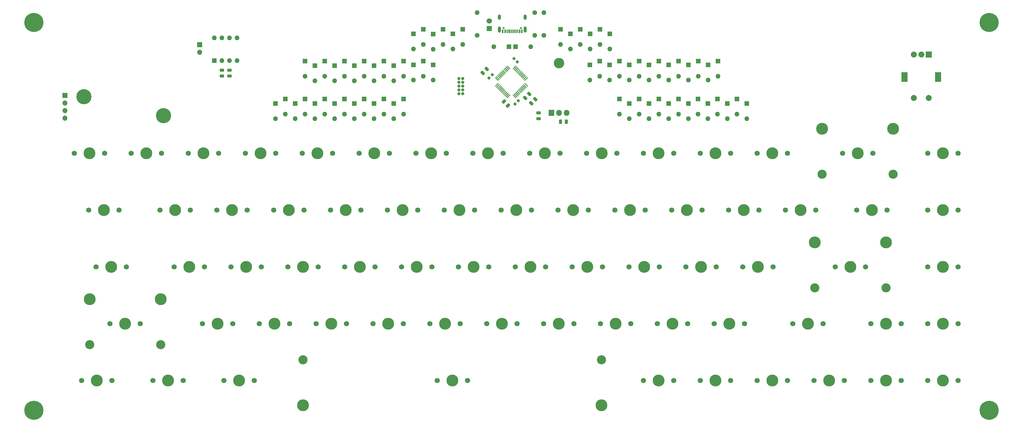
<source format=gts>
G04 #@! TF.GenerationSoftware,KiCad,Pcbnew,7.0.5*
G04 #@! TF.CreationDate,2024-08-24T17:49:56+10:00*
G04 #@! TF.ProjectId,keyboard,6b657962-6f61-4726-942e-6b696361645f,rev?*
G04 #@! TF.SameCoordinates,Original*
G04 #@! TF.FileFunction,Soldermask,Top*
G04 #@! TF.FilePolarity,Negative*
%FSLAX46Y46*%
G04 Gerber Fmt 4.6, Leading zero omitted, Abs format (unit mm)*
G04 Created by KiCad (PCBNEW 7.0.5) date 2024-08-24 17:49:56*
%MOMM*%
%LPD*%
G01*
G04 APERTURE LIST*
G04 Aperture macros list*
%AMRoundRect*
0 Rectangle with rounded corners*
0 $1 Rounding radius*
0 $2 $3 $4 $5 $6 $7 $8 $9 X,Y pos of 4 corners*
0 Add a 4 corners polygon primitive as box body*
4,1,4,$2,$3,$4,$5,$6,$7,$8,$9,$2,$3,0*
0 Add four circle primitives for the rounded corners*
1,1,$1+$1,$2,$3*
1,1,$1+$1,$4,$5*
1,1,$1+$1,$6,$7*
1,1,$1+$1,$8,$9*
0 Add four rect primitives between the rounded corners*
20,1,$1+$1,$2,$3,$4,$5,0*
20,1,$1+$1,$4,$5,$6,$7,0*
20,1,$1+$1,$6,$7,$8,$9,0*
20,1,$1+$1,$8,$9,$2,$3,0*%
G04 Aperture macros list end*
%ADD10C,0.650000*%
%ADD11R,0.600000X1.240000*%
%ADD12R,0.300000X1.240000*%
%ADD13O,1.000000X1.800000*%
%ADD14O,1.000000X2.100000*%
%ADD15R,1.600000X1.600000*%
%ADD16O,1.600000X1.600000*%
%ADD17C,1.750000*%
%ADD18C,3.987800*%
%ADD19O,3.500000X3.500000*%
%ADD20R,1.905000X2.000000*%
%ADD21O,1.905000X2.000000*%
%ADD22RoundRect,0.250000X-0.159099X0.512652X-0.512652X0.159099X0.159099X-0.512652X0.512652X-0.159099X0*%
%ADD23C,6.400000*%
%ADD24RoundRect,0.250000X-0.512652X-0.159099X-0.159099X-0.512652X0.512652X0.159099X0.159099X0.512652X0*%
%ADD25RoundRect,0.225000X0.335876X0.017678X0.017678X0.335876X-0.335876X-0.017678X-0.017678X-0.335876X0*%
%ADD26C,1.070000*%
%ADD27RoundRect,0.225000X-0.017678X0.335876X-0.335876X0.017678X0.017678X-0.335876X0.335876X-0.017678X0*%
%ADD28C,3.048000*%
%ADD29R,1.800000X1.800000*%
%ADD30C,1.800000*%
%ADD31RoundRect,0.250000X-0.475000X0.250000X-0.475000X-0.250000X0.475000X-0.250000X0.475000X0.250000X0*%
%ADD32C,1.600000*%
%ADD33R,1.700000X1.700000*%
%ADD34O,1.700000X1.700000*%
%ADD35C,5.080000*%
%ADD36R,2.000000X2.000000*%
%ADD37C,2.000000*%
%ADD38R,2.000000X3.200000*%
%ADD39RoundRect,0.250000X0.250000X0.475000X-0.250000X0.475000X-0.250000X-0.475000X0.250000X-0.475000X0*%
%ADD40RoundRect,0.075000X0.521491X-0.415425X-0.415425X0.521491X-0.521491X0.415425X0.415425X-0.521491X0*%
%ADD41RoundRect,0.075000X0.521491X0.415425X0.415425X0.521491X-0.521491X-0.415425X-0.415425X-0.521491X0*%
G04 APERTURE END LIST*
D10*
X218172466Y-63859534D03*
X212392466Y-63859534D03*
D11*
X218482466Y-64979534D03*
X217682466Y-64979534D03*
D12*
X216532466Y-64979534D03*
X215532466Y-64979534D03*
X215032466Y-64979534D03*
X214032466Y-64979534D03*
D11*
X212882466Y-64979534D03*
X212082466Y-64979534D03*
X212082466Y-64979534D03*
X212882466Y-64979534D03*
D12*
X213532466Y-64979534D03*
X214532466Y-64979534D03*
X216032466Y-64979534D03*
X217032466Y-64979534D03*
D11*
X217682466Y-64979534D03*
X218482466Y-64979534D03*
D13*
X219602466Y-60179534D03*
D14*
X219602466Y-64379534D03*
X210962466Y-64379534D03*
D13*
X210962466Y-60179534D03*
D15*
X280754668Y-89122500D03*
D16*
X280754668Y-94202500D03*
D15*
X149098000Y-89154000D03*
D16*
X149098000Y-94234000D03*
D15*
X182118000Y-65817500D03*
D16*
X182118000Y-70897500D03*
D15*
X162306000Y-76454000D03*
D16*
X162306000Y-81534000D03*
D15*
X264329336Y-74898500D03*
D16*
X264329336Y-79978500D03*
D17*
X325883750Y-105850000D03*
D18*
X330963750Y-105850000D03*
D17*
X336043750Y-105850000D03*
X354427000Y-143950000D03*
D18*
X359507000Y-143950000D03*
D17*
X364587000Y-143950000D03*
D15*
X175514000Y-76454000D03*
D16*
X175514000Y-81534000D03*
D17*
X316327000Y-182077050D03*
D18*
X321407000Y-182077050D03*
D17*
X326487000Y-182077050D03*
D19*
X230886000Y-75628000D03*
D20*
X228346000Y-92288000D03*
D21*
X230886000Y-92288000D03*
X233426000Y-92288000D03*
D22*
X222921751Y-87720249D03*
X221578249Y-89063751D03*
D15*
X244517336Y-74898500D03*
D16*
X244517336Y-79978500D03*
D15*
X168910000Y-89122500D03*
D16*
X168910000Y-94202500D03*
D15*
X234696000Y-65817500D03*
D16*
X234696000Y-70897500D03*
D17*
X116302000Y-124900000D03*
D18*
X121382000Y-124900000D03*
D17*
X126462000Y-124900000D03*
D22*
X220889751Y-85942249D03*
X219546249Y-87285751D03*
D15*
X284014334Y-87598500D03*
D16*
X284014334Y-92678500D03*
D15*
X293793336Y-89122500D03*
D16*
X293793336Y-94202500D03*
D17*
X121001000Y-143950000D03*
D18*
X126081000Y-143950000D03*
D17*
X131161000Y-143950000D03*
X125833000Y-105850000D03*
D18*
X130913000Y-105850000D03*
D17*
X135993000Y-105850000D03*
X354427000Y-163000000D03*
D18*
X359507000Y-163000000D03*
D17*
X364587000Y-163000000D03*
X235301000Y-143950000D03*
D18*
X240381000Y-143950000D03*
D17*
X245461000Y-143950000D03*
D15*
X267631336Y-76200000D03*
D16*
X267631336Y-81280000D03*
D17*
X221083000Y-105850000D03*
D18*
X226163000Y-105850000D03*
D17*
X231243000Y-105850000D03*
X118617000Y-182077050D03*
D18*
X123697000Y-182077050D03*
D17*
X128777000Y-182077050D03*
X178151000Y-143950000D03*
D18*
X183231000Y-143950000D03*
D17*
X188311000Y-143950000D03*
X263876000Y-163000000D03*
D18*
X268956000Y-163000000D03*
D17*
X274036000Y-163000000D03*
X287752000Y-124900000D03*
D18*
X292832000Y-124900000D03*
D17*
X297912000Y-124900000D03*
D15*
X261027336Y-89122500D03*
D16*
X261027336Y-94202500D03*
D17*
X111476000Y-163000000D03*
D18*
X116556000Y-163000000D03*
D17*
X121636000Y-163000000D03*
X163933000Y-105850000D03*
D18*
X169013000Y-105850000D03*
D17*
X174093000Y-105850000D03*
D15*
X277537336Y-74898500D03*
D16*
X277537336Y-79978500D03*
D15*
X188722000Y-65849000D03*
D16*
X188722000Y-70929000D03*
D17*
X101951000Y-143950000D03*
D18*
X107031000Y-143950000D03*
D17*
X112111000Y-143950000D03*
X187676000Y-163000000D03*
D18*
X192756000Y-163000000D03*
D17*
X197836000Y-163000000D03*
D15*
X274235336Y-76200000D03*
D16*
X274235336Y-81280000D03*
D15*
X270933336Y-87598500D03*
D16*
X270933336Y-92678500D03*
D15*
X115450000Y-74800000D03*
D16*
X117990000Y-74800000D03*
X120530000Y-74800000D03*
X123070000Y-74800000D03*
X123070000Y-67180000D03*
X120530000Y-67180000D03*
X117990000Y-67180000D03*
X115450000Y-67180000D03*
D23*
X375000000Y-62000000D03*
D17*
X211552000Y-124900000D03*
D18*
X216632000Y-124900000D03*
D17*
X221712000Y-124900000D03*
D15*
X159004000Y-87598500D03*
D16*
X159004000Y-92678500D03*
D15*
X162306000Y-89154000D03*
D16*
X162306000Y-94234000D03*
D17*
X278227000Y-182077050D03*
D18*
X283307000Y-182077050D03*
D17*
X288387000Y-182077050D03*
D24*
X212500000Y-88500000D03*
X213843502Y-89843502D03*
D17*
X278233000Y-105850000D03*
D18*
X283313000Y-105850000D03*
D17*
X288393000Y-105850000D03*
D15*
X237998000Y-64262000D03*
D16*
X237998000Y-69342000D03*
D17*
X75789000Y-143950000D03*
D18*
X80869000Y-143950000D03*
D17*
X85949000Y-143950000D03*
X140051000Y-143950000D03*
D18*
X145131000Y-143950000D03*
D17*
X150211000Y-143950000D03*
X254351000Y-143950000D03*
D18*
X259431000Y-143950000D03*
D17*
X264511000Y-143950000D03*
X149576000Y-163000000D03*
D18*
X154656000Y-163000000D03*
D17*
X159736000Y-163000000D03*
D25*
X216956008Y-75224008D03*
X215859992Y-74127992D03*
D15*
X244602000Y-64262000D03*
D16*
X244602000Y-69342000D03*
D15*
X257725336Y-87598500D03*
D16*
X257725336Y-92678500D03*
D15*
X274235336Y-89122500D03*
D16*
X274235336Y-94202500D03*
D17*
X335383000Y-163000000D03*
D18*
X340463000Y-163000000D03*
D17*
X345543000Y-163000000D03*
X335377000Y-182077050D03*
D18*
X340457000Y-182077050D03*
D17*
X345537000Y-182077050D03*
D15*
X261027336Y-76200000D03*
D16*
X261027336Y-81280000D03*
D15*
X142494000Y-89154000D03*
D16*
X142494000Y-94234000D03*
D17*
X282920000Y-163000000D03*
D18*
X288000000Y-163000000D03*
D17*
X293080000Y-163000000D03*
D15*
X139192000Y-87598500D03*
D16*
X139192000Y-92678500D03*
D26*
X198628000Y-85852000D03*
X197358000Y-85852000D03*
X198628000Y-84582000D03*
X197358000Y-84582000D03*
X198628000Y-83312000D03*
X197358000Y-83312000D03*
X198628000Y-82042000D03*
X197358000Y-82042000D03*
X198628000Y-80772000D03*
X197358000Y-80772000D03*
D15*
X284141336Y-74898500D03*
D16*
X284141336Y-79978500D03*
D17*
X354427000Y-182077050D03*
D18*
X359507000Y-182077050D03*
D17*
X364587000Y-182077050D03*
X249652000Y-124900000D03*
D18*
X254732000Y-124900000D03*
D17*
X259812000Y-124900000D03*
D15*
X287274000Y-89122500D03*
D16*
X287274000Y-94202500D03*
D17*
X268702000Y-124900000D03*
D18*
X273782000Y-124900000D03*
D17*
X278862000Y-124900000D03*
X297283000Y-105850000D03*
D18*
X302363000Y-105850000D03*
D17*
X307443000Y-105850000D03*
D15*
X277495002Y-87598500D03*
D16*
X277495002Y-92678500D03*
D15*
X254423336Y-76200000D03*
D16*
X254423336Y-81280000D03*
D15*
X145796000Y-74898500D03*
D16*
X145796000Y-79978500D03*
D27*
X217250000Y-88250000D03*
X216153984Y-89346016D03*
D28*
X145170750Y-175092050D03*
D18*
X145170750Y-190332050D03*
D28*
X245183250Y-175092050D03*
D18*
X245183250Y-190332050D03*
D15*
X135890000Y-89154000D03*
D16*
X135890000Y-94234000D03*
D17*
X106736000Y-105850000D03*
D18*
X111816000Y-105850000D03*
D17*
X116896000Y-105850000D03*
D15*
X172212000Y-74930000D03*
D16*
X172212000Y-80010000D03*
D15*
X185420000Y-74898500D03*
D16*
X185420000Y-79978500D03*
D15*
X270933336Y-74898500D03*
D16*
X270933336Y-79978500D03*
D29*
X207518000Y-64008000D03*
D30*
X207518000Y-61468000D03*
D15*
X192024000Y-64262000D03*
D16*
X192024000Y-69342000D03*
D23*
X55000000Y-192000000D03*
D17*
X244826000Y-163000000D03*
D18*
X249906000Y-163000000D03*
D17*
X254986000Y-163000000D03*
X173405000Y-124900000D03*
D18*
X178485000Y-124900000D03*
D17*
X183565000Y-124900000D03*
D31*
X118000000Y-78000000D03*
X118000000Y-79900000D03*
D17*
X273401000Y-143950000D03*
D18*
X278481000Y-143950000D03*
D17*
X283561000Y-143950000D03*
D32*
X203454000Y-66294000D03*
D16*
X203454000Y-58674000D03*
D15*
X155702000Y-76454000D03*
D16*
X155702000Y-81534000D03*
D17*
X206726000Y-163000000D03*
D18*
X211806000Y-163000000D03*
D17*
X216886000Y-163000000D03*
D31*
X224028000Y-92334000D03*
X224028000Y-94234000D03*
D17*
X354427000Y-124900000D03*
D18*
X359507000Y-124900000D03*
D17*
X364587000Y-124900000D03*
D33*
X65373000Y-86455000D03*
D34*
X65373000Y-88995000D03*
X65373000Y-91535000D03*
X65373000Y-94075000D03*
D35*
X71723000Y-86836000D03*
X98393000Y-93186000D03*
D17*
X306808000Y-124900000D03*
D18*
X311888000Y-124900000D03*
D17*
X316968000Y-124900000D03*
X190097000Y-182077050D03*
D18*
X195177000Y-182077050D03*
D17*
X200257000Y-182077050D03*
X259177000Y-182077050D03*
D18*
X264257000Y-182077050D03*
D17*
X269337000Y-182077050D03*
X192502000Y-124900000D03*
D18*
X197582000Y-124900000D03*
D17*
X202662000Y-124900000D03*
X240133000Y-105850000D03*
D18*
X245213000Y-105850000D03*
D17*
X250293000Y-105850000D03*
D36*
X354798000Y-72760000D03*
D37*
X349798000Y-72760000D03*
X352298000Y-72760000D03*
D38*
X357898000Y-80260000D03*
X346698000Y-80260000D03*
D37*
X349798000Y-87260000D03*
X354798000Y-87260000D03*
D39*
X233360000Y-95250000D03*
X231460000Y-95250000D03*
D31*
X120500000Y-78000000D03*
X120500000Y-79900000D03*
D15*
X257725336Y-74898500D03*
D16*
X257725336Y-79978500D03*
D17*
X323470750Y-143950000D03*
D18*
X328550750Y-143950000D03*
D17*
X333630750Y-143950000D03*
D15*
X247819336Y-76200000D03*
D16*
X247819336Y-81280000D03*
D23*
X55000000Y-62000000D03*
D28*
X340457000Y-150935000D03*
D18*
X340457000Y-135695000D03*
D28*
X316644500Y-150935000D03*
D18*
X316644500Y-135695000D03*
D17*
X94845000Y-182077050D03*
D18*
X99925000Y-182077050D03*
D17*
X105005000Y-182077050D03*
D28*
X97506000Y-169985000D03*
D18*
X97506000Y-154745000D03*
D28*
X73693500Y-169985000D03*
D18*
X73693500Y-154745000D03*
D17*
X309221000Y-163000000D03*
D18*
X314301000Y-163000000D03*
D17*
X319381000Y-163000000D03*
D15*
X251121336Y-74898500D03*
D16*
X251121336Y-79978500D03*
D15*
X231394000Y-64262000D03*
D16*
X231394000Y-69342000D03*
D17*
X135352000Y-124900000D03*
D18*
X140432000Y-124900000D03*
D17*
X145512000Y-124900000D03*
X97252000Y-124900000D03*
D18*
X102332000Y-124900000D03*
D17*
X107412000Y-124900000D03*
D15*
X241300000Y-65817500D03*
D16*
X241300000Y-70897500D03*
D32*
X225806000Y-66294000D03*
D16*
X225806000Y-58674000D03*
D17*
X216251000Y-143950000D03*
D18*
X221331000Y-143950000D03*
D17*
X226411000Y-143950000D03*
X292451000Y-143950000D03*
D18*
X297531000Y-143950000D03*
D17*
X302611000Y-143950000D03*
X202033000Y-105850000D03*
D18*
X207113000Y-105850000D03*
D17*
X212193000Y-105850000D03*
X80488000Y-163000000D03*
D18*
X85568000Y-163000000D03*
D17*
X90648000Y-163000000D03*
X159101000Y-143950000D03*
D18*
X164181000Y-143950000D03*
D17*
X169261000Y-143950000D03*
D15*
X290533666Y-87598500D03*
D16*
X290533666Y-92678500D03*
D17*
X182983000Y-105850000D03*
D18*
X188063000Y-105850000D03*
D17*
X193143000Y-105850000D03*
X87606000Y-105850000D03*
D18*
X92686000Y-105850000D03*
D17*
X97766000Y-105850000D03*
X197201000Y-143950000D03*
D18*
X202281000Y-143950000D03*
D17*
X207361000Y-143950000D03*
D15*
X214153500Y-70104000D03*
D16*
X209073500Y-70104000D03*
D23*
X375000000Y-192000000D03*
D15*
X178816000Y-74930000D03*
D16*
X178816000Y-80010000D03*
D28*
X342870000Y-112835000D03*
D18*
X342870000Y-97595000D03*
D28*
X319057500Y-112835000D03*
D18*
X319057500Y-97595000D03*
D17*
X73376000Y-124900000D03*
D18*
X78456000Y-124900000D03*
D17*
X83536000Y-124900000D03*
D15*
X216376500Y-70104000D03*
D16*
X221456500Y-70104000D03*
D17*
X130520000Y-163000000D03*
D18*
X135600000Y-163000000D03*
D17*
X140680000Y-163000000D03*
D15*
X185420000Y-64262000D03*
D16*
X185420000Y-69342000D03*
D17*
X68556000Y-105850000D03*
D18*
X73636000Y-105850000D03*
D17*
X78716000Y-105850000D03*
X70969000Y-182077050D03*
D18*
X76049000Y-182077050D03*
D17*
X81129000Y-182077050D03*
D15*
X159004000Y-74930000D03*
D16*
X159004000Y-80010000D03*
D15*
X195326000Y-65817500D03*
D16*
X195326000Y-70897500D03*
D15*
X168910000Y-76454000D03*
D16*
X168910000Y-81534000D03*
D33*
X110500000Y-69460000D03*
D34*
X110500000Y-72000000D03*
D15*
X165608000Y-87598500D03*
D16*
X165608000Y-92678500D03*
D15*
X247904000Y-65817500D03*
D16*
X247904000Y-70897500D03*
D32*
X222758000Y-58674000D03*
D16*
X222758000Y-66294000D03*
D17*
X297277000Y-182077050D03*
D18*
X302357000Y-182077050D03*
D17*
X307437000Y-182077050D03*
D15*
X254423336Y-89122500D03*
D16*
X254423336Y-94202500D03*
D15*
X155702000Y-89154000D03*
D16*
X155702000Y-94234000D03*
D22*
X206665751Y-77560249D03*
X205322249Y-78903751D03*
D17*
X144883000Y-105850000D03*
D18*
X149963000Y-105850000D03*
D17*
X155043000Y-105850000D03*
D15*
X264329336Y-87598500D03*
D16*
X264329336Y-92678500D03*
D17*
X154402000Y-124900000D03*
D18*
X159482000Y-124900000D03*
D17*
X164562000Y-124900000D03*
X330672000Y-124900000D03*
D18*
X335752000Y-124900000D03*
D17*
X340832000Y-124900000D03*
D15*
X267631336Y-89122500D03*
D16*
X267631336Y-94202500D03*
D40*
X215998788Y-86813107D03*
X216352342Y-86459553D03*
X216705895Y-86106000D03*
X217059449Y-85752446D03*
X217413002Y-85398893D03*
X217766555Y-85045340D03*
X218120109Y-84691786D03*
X218473662Y-84338233D03*
X218827215Y-83984680D03*
X219180769Y-83631126D03*
X219534322Y-83277573D03*
X219887876Y-82924019D03*
D41*
X219887876Y-80926443D03*
X219534322Y-80572889D03*
X219180769Y-80219336D03*
X218827215Y-79865782D03*
X218473662Y-79512229D03*
X218120109Y-79158676D03*
X217766555Y-78805122D03*
X217413002Y-78451569D03*
X217059449Y-78098016D03*
X216705895Y-77744462D03*
X216352342Y-77390909D03*
X215998788Y-77037355D03*
D40*
X214001212Y-77037355D03*
X213647658Y-77390909D03*
X213294105Y-77744462D03*
X212940551Y-78098016D03*
X212586998Y-78451569D03*
X212233445Y-78805122D03*
X211879891Y-79158676D03*
X211526338Y-79512229D03*
X211172785Y-79865782D03*
X210819231Y-80219336D03*
X210465678Y-80572889D03*
X210112124Y-80926443D03*
D41*
X210112124Y-82924019D03*
X210465678Y-83277573D03*
X210819231Y-83631126D03*
X211172785Y-83984680D03*
X211526338Y-84338233D03*
X211879891Y-84691786D03*
X212233445Y-85045340D03*
X212586998Y-85398893D03*
X212940551Y-85752446D03*
X213294105Y-86106000D03*
X213647658Y-86459553D03*
X214001212Y-86813107D03*
D17*
X354427000Y-105850000D03*
D18*
X359507000Y-105850000D03*
D17*
X364587000Y-105850000D03*
X225776000Y-163000000D03*
D18*
X230856000Y-163000000D03*
D17*
X235936000Y-163000000D03*
D15*
X145796000Y-87598500D03*
D16*
X145796000Y-92678500D03*
D15*
X165608000Y-74930000D03*
D16*
X165608000Y-80010000D03*
D17*
X259183000Y-105850000D03*
D18*
X264263000Y-105850000D03*
D17*
X269343000Y-105850000D03*
D15*
X188722000Y-76200000D03*
D16*
X188722000Y-81280000D03*
D17*
X230602000Y-124900000D03*
D18*
X235682000Y-124900000D03*
D17*
X240762000Y-124900000D03*
D15*
X175514000Y-89122500D03*
D16*
X175514000Y-94202500D03*
D27*
X208534000Y-79502000D03*
X207437984Y-80598016D03*
D15*
X149098000Y-76422500D03*
D16*
X149098000Y-81502500D03*
D15*
X251121336Y-87598500D03*
D16*
X251121336Y-92678500D03*
D15*
X241215336Y-76200000D03*
D16*
X241215336Y-81280000D03*
D17*
X168626000Y-163000000D03*
D18*
X173706000Y-163000000D03*
D17*
X178786000Y-163000000D03*
D15*
X152400000Y-87598500D03*
D16*
X152400000Y-92678500D03*
D15*
X182118000Y-76200000D03*
D16*
X182118000Y-81280000D03*
D15*
X280839336Y-76200000D03*
D16*
X280839336Y-81280000D03*
D15*
X152400000Y-74898500D03*
D16*
X152400000Y-79978500D03*
D15*
X198628000Y-64262000D03*
D16*
X198628000Y-69342000D03*
D15*
X178816000Y-87598500D03*
D16*
X178816000Y-92678500D03*
D15*
X172212000Y-87598500D03*
D16*
X172212000Y-92678500D03*
M02*

</source>
